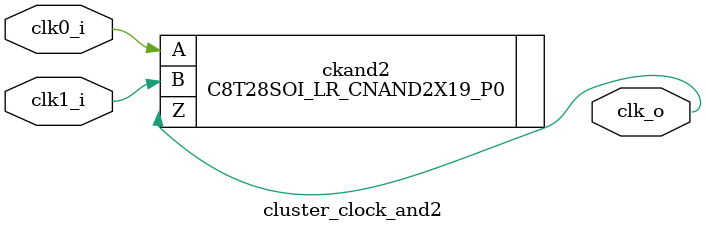
<source format=sv>
/* Copyright (C) 2017 ETH Zurich, University of Bologna
 * All rights reserved.
 *
 * This code is under development and not yet released to the public.
 * Until it is released, the code is under the copyright of ETH Zurich and
 * the University of Bologna, and may contain confidential and/or unpublished 
 * work. Any reuse/redistribution is strictly forbidden without written
 * permission from ETH Zurich.
 *
 * Bug fixes and contributions will eventually be released under the
 * SolderPad open hardware license in the context of the PULP platform
 * (http://www.pulp-platform.org), under the copyright of ETH Zurich and the
 * University of Bologna.
 */


module cluster_clock_and2
(
    input  logic clk0_i,
    input  logic clk1_i,
    output logic clk_o
);

   //assign clk_o = clk0_i & clk1_i;

   C8T28SOI_LR_CNAND2X19_P0 ckand2
   (
      .Z(clk_o), 
      .A(clk0_i), 
      .B(clk1_i)
   );
   
endmodule

</source>
